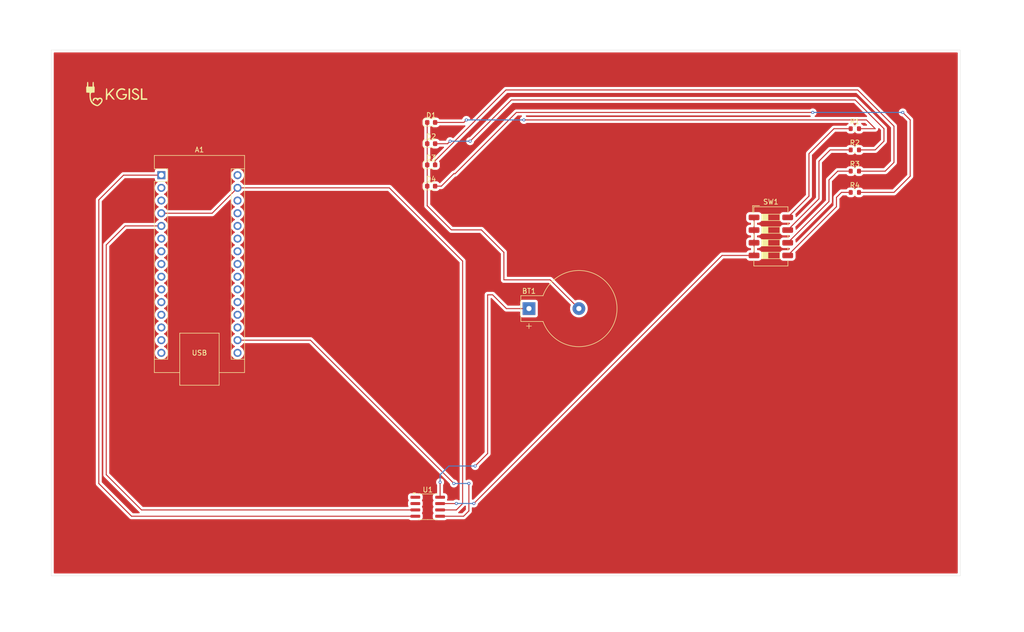
<source format=kicad_pcb>
(kicad_pcb (version 20241229) (generator "pcbnew") (generator_version "9.0")
  (layers (0 "F.Cu" signal) (2 "B.Cu" signal) (13 "F.Paste" user) (15 "B.Paste" user) (5 "F.SilkS" user "F.Silkscreen") (7 "B.SilkS" user "B.Silkscreen") (1 "F.Mask" user) (3 "B.Mask" user) (25 "Edge.Cuts" user))
  (net 0 "")
  (net 1 "Net-(U1-GND)")
  (net 11 "Net-(A1-3V3)")
  (net 15 "Net-(A1-D2)")
  (net 29 "Net-(A1-D1{slash}TX)")
  (net 30 "Net-(BT1-+)")
  (net 31 "GND")
  (net 32 "Net-(D2-A)")
  (net 33 "Net-(D3-A)")
  (net 34 "Net-(D4-A)")
  (net 35 "Net-(R1-Pad1)")
  (net 36 "Net-(R2-Pad1)")
  (net 37 "Net-(R3-Pad1)")
  (net 38 "Net-(R4-Pad1)")
  (net 39 "Net-(U1-IN-)")
  (footprint "Module:Arduino_Nano" (layer "F.Cu") (at 81.26 67.55)
    (property "Reference" "A1" (at 7.62 -5.08 0) (layer "F.SilkS"))
    (property "Value" "Arduino_Nano_ESP32")
    (fp_line (start -1.4 -3.94) (end -1.4 -1.27) (stroke (width 0.12)) (layer "F.SilkS"))
    (fp_line (start -1.4 1.27) (end -1.4 39.5) (stroke (width 0.12)) (layer "F.SilkS"))
    (fp_line (start -1.4 39.5) (end 3.68 39.5) (stroke (width 0.12)) (layer "F.SilkS"))
    (fp_line (start 1.27 -1.27) (end -1.4 -1.27) (stroke (width 0.12)) (layer "F.SilkS"))
    (fp_line (start 1.27 1.27) (end -1.4 1.27) (stroke (width 0.12)) (layer "F.SilkS"))
    (fp_line (start 1.27 1.27) (end 1.27 -1.27) (stroke (width 0.12)) (layer "F.SilkS"))
    (fp_line (start 1.27 1.27) (end 1.27 36.83) (stroke (width 0.12)) (layer "F.SilkS"))
    (fp_line (start 1.27 36.83) (end -1.4 36.83) (stroke (width 0.12)) (layer "F.SilkS"))
    (fp_line (start 3.68 31.62) (end 11.56 31.62) (stroke (width 0.12)) (layer "F.SilkS"))
    (fp_line (start 3.68 42.04) (end 3.68 31.62) (stroke (width 0.12)) (layer "F.SilkS"))
    (fp_line (start 11.56 31.62) (end 11.56 42.04) (stroke (width 0.12)) (layer "F.SilkS"))
    (fp_line (start 11.56 42.04) (end 3.68 42.04) (stroke (width 0.12)) (layer "F.SilkS"))
    (fp_line (start 13.97 -1.27) (end 13.97 36.83) (stroke (width 0.12)) (layer "F.SilkS"))
    (fp_line (start 13.97 -1.27) (end 16.64 -1.27) (stroke (width 0.12)) (layer "F.SilkS"))
    (fp_line (start 13.97 36.83) (end 16.64 36.83) (stroke (width 0.12)) (layer "F.SilkS"))
    (fp_line (start 16.64 -3.94) (end -1.4 -3.94) (stroke (width 0.12)) (layer "F.SilkS"))
    (fp_line (start 16.64 39.5) (end 11.56 39.5) (stroke (width 0.12)) (layer "F.SilkS"))
    (fp_line (start 16.64 39.5) (end 16.64 -3.94) (stroke (width 0.12)) (layer "F.SilkS"))
    (fp_text user "USB" (at 7.62 35.56 0) (layer "F.SilkS"))
    (pad "1" thru_hole rect (at 0 0) (size 1.6 1.6) (drill 1) (layers "*.Cu" "*.Mask") (net 29 "Net-(A1-D1{slash}TX)"))
    (pad "2" thru_hole oval (at 0 2.54) (size 1.6 1.6) (drill 1) (layers "*.Cu" "*.Mask"))
    (pad "3" thru_hole oval (at 0 5.08) (size 1.6 1.6) (drill 1) (layers "*.Cu" "*.Mask"))
    (pad "4" thru_hole oval (at 0 7.62) (size 1.6 1.6) (drill 1) (layers "*.Cu" "*.Mask") (net 1 "Net-(U1-GND)"))
    (pad "5" thru_hole oval (at 0 10.16) (size 1.6 1.6) (drill 1) (layers "*.Cu" "*.Mask") (net 15 "Net-(A1-D2)"))
    (pad "6" thru_hole oval (at 0 12.7) (size 1.6 1.6) (drill 1) (layers "*.Cu" "*.Mask"))
    (pad "7" thru_hole oval (at 0 15.24) (size 1.6 1.6) (drill 1) (layers "*.Cu" "*.Mask"))
    (pad "8" thru_hole oval (at 0 17.78) (size 1.6 1.6) (drill 1) (layers "*.Cu" "*.Mask"))
    (pad "9" thru_hole oval (at 0 20.32) (size 1.6 1.6) (drill 1) (layers "*.Cu" "*.Mask"))
    (pad "10" thru_hole oval (at 0 22.86) (size 1.6 1.6) (drill 1) (layers "*.Cu" "*.Mask"))
    (pad "11" thru_hole oval (at 0 25.4) (size 1.6 1.6) (drill 1) (layers "*.Cu" "*.Mask"))
    (pad "12" thru_hole oval (at 0 27.94) (size 1.6 1.6) (drill 1) (layers "*.Cu" "*.Mask"))
    (pad "13" thru_hole oval (at 0 30.48) (size 1.6 1.6) (drill 1) (layers "*.Cu" "*.Mask"))
    (pad "14" thru_hole oval (at 0 33.02) (size 1.6 1.6) (drill 1) (layers "*.Cu" "*.Mask"))
    (pad "15" thru_hole oval (at 0 35.56) (size 1.6 1.6) (drill 1) (layers "*.Cu" "*.Mask"))
    (pad "16" thru_hole oval (at 15.24 35.56) (size 1.6 1.6) (drill 1) (layers "*.Cu" "*.Mask"))
    (pad "17" thru_hole oval (at 15.24 33.02) (size 1.6 1.6) (drill 1) (layers "*.Cu" "*.Mask") (net 11 "Net-(A1-3V3)"))
    (pad "18" thru_hole oval (at 15.24 30.48) (size 1.6 1.6) (drill 1) (layers "*.Cu" "*.Mask"))
    (pad "19" thru_hole oval (at 15.24 27.94) (size 1.6 1.6) (drill 1) (layers "*.Cu" "*.Mask"))
    (pad "20" thru_hole oval (at 15.24 25.4) (size 1.6 1.6) (drill 1) (layers "*.Cu" "*.Mask"))
    (pad "21" thru_hole oval (at 15.24 22.86) (size 1.6 1.6) (drill 1) (layers "*.Cu" "*.Mask"))
    (pad "22" thru_hole oval (at 15.24 20.32) (size 1.6 1.6) (drill 1) (layers "*.Cu" "*.Mask"))
    (pad "23" thru_hole oval (at 15.24 17.78) (size 1.6 1.6) (drill 1) (layers "*.Cu" "*.Mask"))
    (pad "24" thru_hole oval (at 15.24 15.24) (size 1.6 1.6) (drill 1) (layers "*.Cu" "*.Mask"))
    (pad "25" thru_hole oval (at 15.24 12.7) (size 1.6 1.6) (drill 1) (layers "*.Cu" "*.Mask"))
    (pad "26" thru_hole oval (at 15.24 10.16) (size 1.6 1.6) (drill 1) (layers "*.Cu" "*.Mask"))
    (pad "27" thru_hole oval (at 15.24 7.62) (size 1.6 1.6) (drill 1) (layers "*.Cu" "*.Mask"))
    (pad "28" thru_hole oval (at 15.24 5.08) (size 1.6 1.6) (drill 1) (layers "*.Cu" "*.Mask"))
    (pad "29" thru_hole oval (at 15.24 2.54) (size 1.6 1.6) (drill 1) (layers "*.Cu" "*.Mask") (net 1 "Net-(U1-GND)"))
    (pad "30" thru_hole oval (at 15.24 0) (size 1.6 1.6) (drill 1) (layers "*.Cu" "*.Mask"))
  )
  (footprint "Resistor_SMD:R_0603_1608Metric" (layer "F.Cu") (at 219.925 58.25)
    (property "Reference" "R1" (at 0 -1.43 0) (layer "F.SilkS"))
    (property "Value" "R")
    (fp_line (start -0.237258 -0.5225) (end 0.237258 -0.5225) (stroke (width 0.12)) (layer "F.SilkS"))
    (fp_line (start -0.237258 0.5225) (end 0.237258 0.5225) (stroke (width 0.12)) (layer "F.SilkS"))
    (pad "1" smd roundrect (at -0.825 0) (size 0.8 0.95) (layers "F.Cu" "F.Mask" "F.Paste") (net 35 "Net-(R1-Pad1)"))
    (pad "2" smd roundrect (at 0.825 0) (size 0.8 0.95) (layers "F.Cu" "F.Mask" "F.Paste") (net 1 "Net-(U1-GND)"))
  )
  (footprint "Resistor_SMD:R_0603_1608Metric" (layer "F.Cu") (at 219.925 66.75)
    (property "Reference" "R3" (at 0 -1.43 0) (layer "F.SilkS"))
    (property "Value" "R")
    (fp_line (start -0.237258 -0.5225) (end 0.237258 -0.5225) (stroke (width 0.12)) (layer "F.SilkS"))
    (fp_line (start -0.237258 0.5225) (end 0.237258 0.5225) (stroke (width 0.12)) (layer "F.SilkS"))
    (pad "1" smd roundrect (at -0.825 0) (size 0.8 0.95) (layers "F.Cu" "F.Mask" "F.Paste") (net 37 "Net-(R3-Pad1)"))
    (pad "2" smd roundrect (at 0.825 0) (size 0.8 0.95) (layers "F.Cu" "F.Mask" "F.Paste") (net 33 "Net-(D3-A)"))
  )
  (footprint "LED_SMD:LED_0603_1608Metric" (layer "F.Cu") (at 135.2125 57)
    (property "Reference" "D1" (at 0 -1.43 0) (layer "F.SilkS"))
    (property "Value" "LED")
    (fp_line (start -1.485 -0.735) (end -1.485 0.735) (stroke (width 0.12)) (layer "F.SilkS"))
    (fp_line (start -1.485 0.735) (end 0.8 0.735) (stroke (width 0.12)) (layer "F.SilkS"))
    (fp_line (start 0.8 -0.735) (end -1.485 -0.735) (stroke (width 0.12)) (layer "F.SilkS"))
    (pad "1" smd roundrect (at -0.7875 0) (size 0.875 0.95) (layers "F.Cu" "F.Mask" "F.Paste") (net 1 "Net-(U1-GND)"))
    (pad "2" smd roundrect (at 0.7875 0) (size 0.875 0.95) (layers "F.Cu" "F.Mask" "F.Paste") (net 1 "Net-(U1-GND)"))
  )
  (footprint "LED_SMD:LED_0603_1608Metric" (layer "F.Cu") (at 135.2125 61.25)
    (property "Reference" "D2" (at 0 -1.43 0) (layer "F.SilkS"))
    (property "Value" "LED")
    (fp_line (start -1.485 -0.735) (end -1.485 0.735) (stroke (width 0.12)) (layer "F.SilkS"))
    (fp_line (start -1.485 0.735) (end 0.8 0.735) (stroke (width 0.12)) (layer "F.SilkS"))
    (fp_line (start 0.8 -0.735) (end -1.485 -0.735) (stroke (width 0.12)) (layer "F.SilkS"))
    (pad "1" smd roundrect (at -0.7875 0) (size 0.875 0.95) (layers "F.Cu" "F.Mask" "F.Paste") (net 1 "Net-(U1-GND)"))
    (pad "2" smd roundrect (at 0.7875 0) (size 0.875 0.95) (layers "F.Cu" "F.Mask" "F.Paste") (net 32 "Net-(D2-A)"))
  )
  (footprint "Package_SO:SOIC-8_3.9x4.9mm_P1.27mm" (layer "F.Cu") (at 134.525 133.905)
    (property "Reference" "U1" (at 0 -3.4 0) (layer "F.SilkS"))
    (property "Value" "INA219AxD")
    (fp_line (start 0 -2.56) (end -1.95 -2.56) (stroke (width 0.12)) (layer "F.SilkS"))
    (fp_line (start 0 -2.56) (end 1.95 -2.56) (stroke (width 0.12)) (layer "F.SilkS"))
    (fp_line (start 0 2.56) (end -1.95 2.56) (stroke (width 0.12)) (layer "F.SilkS"))
    (fp_line (start 0 2.56) (end 1.95 2.56) (stroke (width 0.12)) (layer "F.SilkS"))
    (fp_poly (pts (xy -2.7 -2.465) (xy -2.94 -2.795) (xy -2.46 -2.795) (xy -2.7 -2.465)) (stroke (width 0.12)) (fill yes) (layer "F.SilkS"))
    (pad "1" smd roundrect (at -2.475 -1.905) (size 1.95 0.6) (layers "F.Cu" "F.Mask" "F.Paste"))
    (pad "2" smd roundrect (at -2.475 -0.635) (size 1.95 0.6) (layers "F.Cu" "F.Mask" "F.Paste"))
    (pad "3" smd roundrect (at -2.475 0.635) (size 1.95 0.6) (layers "F.Cu" "F.Mask" "F.Paste") (net 15 "Net-(A1-D2)"))
    (pad "4" smd roundrect (at -2.475 1.905) (size 1.95 0.6) (layers "F.Cu" "F.Mask" "F.Paste") (net 29 "Net-(A1-D1{slash}TX)"))
    (pad "5" smd roundrect (at 2.475 1.905) (size 1.95 0.6) (layers "F.Cu" "F.Mask" "F.Paste") (net 11 "Net-(A1-3V3)"))
    (pad "6" smd roundrect (at 2.475 0.635) (size 1.95 0.6) (layers "F.Cu" "F.Mask" "F.Paste") (net 1 "Net-(U1-GND)"))
    (pad "7" smd roundrect (at 2.475 -0.635) (size 1.95 0.6) (layers "F.Cu" "F.Mask" "F.Paste") (net 39 "Net-(U1-IN-)"))
    (pad "8" smd roundrect (at 2.475 -1.905) (size 1.95 0.6) (layers "F.Cu" "F.Mask" "F.Paste") (net 30 "Net-(BT1-+)"))
  )
  (footprint "LED_SMD:LED_0603_1608Metric" (layer "F.Cu") (at 135.2125 69.75)
    (property "Reference" "D4" (at 0 -1.43 0) (layer "F.SilkS"))
    (property "Value" "LED")
    (fp_line (start -1.485 -0.735) (end -1.485 0.735) (stroke (width 0.12)) (layer "F.SilkS"))
    (fp_line (start -1.485 0.735) (end 0.8 0.735) (stroke (width 0.12)) (layer "F.SilkS"))
    (fp_line (start 0.8 -0.735) (end -1.485 -0.735) (stroke (width 0.12)) (layer "F.SilkS"))
    (pad "1" smd roundrect (at -0.7875 0) (size 0.875 0.95) (layers "F.Cu" "F.Mask" "F.Paste") (net 1 "Net-(U1-GND)"))
    (pad "2" smd roundrect (at 0.7875 0) (size 0.875 0.95) (layers "F.Cu" "F.Mask" "F.Paste") (net 34 "Net-(D4-A)"))
  )
  (footprint "Resistor_SMD:R_0603_1608Metric" (layer "F.Cu") (at 219.925 71)
    (property "Reference" "R4" (at 0 -1.43 0) (layer "F.SilkS"))
    (property "Value" "R")
    (fp_line (start -0.237258 -0.5225) (end 0.237258 -0.5225) (stroke (width 0.12)) (layer "F.SilkS"))
    (fp_line (start -0.237258 0.5225) (end 0.237258 0.5225) (stroke (width 0.12)) (layer "F.SilkS"))
    (pad "1" smd roundrect (at -0.825 0) (size 0.8 0.95) (layers "F.Cu" "F.Mask" "F.Paste") (net 38 "Net-(R4-Pad1)"))
    (pad "2" smd roundrect (at 0.825 0) (size 0.8 0.95) (layers "F.Cu" "F.Mask" "F.Paste") (net 34 "Net-(D4-A)"))
  )
  (footprint "Battery:BatteryHolder_Keystone_500" (layer "F.Cu") (at 154.7678 94.25)
    (property "Reference" "BT1" (at 0 -3.5 0) (layer "F.SilkS"))
    (property "Value" "Battery")
    (fp_line (start -1.6256 -2.5781) (end -1.6256 2.5781) (stroke (width 0.12)) (layer "F.SilkS"))
    (fp_line (start -1.6256 -2.5781) (end 2.81 -2.5781) (stroke (width 0.12)) (layer "F.SilkS"))
    (fp_line (start -1.6256 2.5781) (end 2.81 2.5781) (stroke (width 0.12)) (layer "F.SilkS"))
    (fp_line (start 0 3) (end 0 4) (stroke (width 0.12)) (layer "F.SilkS"))
    (fp_line (start 0.5 3.5) (end -0.5 3.5) (stroke (width 0.12)) (layer "F.SilkS"))
    (fp_arc (start 2.81 -2.5781) (mid 17.603686 0) (end 2.81 2.5781) (stroke (width 0.12)) (layer "F.SilkS"))
    (pad "1" thru_hole rect (at 0 0) (size 2.54 2.54) (drill 1.016) (layers "*.Cu" "*.Mask") (net 30 "Net-(BT1-+)"))
    (pad "2" thru_hole circle (at 9.9822 0) (size 2.54 2.54) (drill 1.016) (layers "*.Cu" "*.Mask") (net 1 "Net-(U1-GND)"))
  )
  (footprint "LED_SMD:LED_0603_1608Metric" (layer "F.Cu") (at 135.2125 65.5)
    (property "Reference" "D3" (at 0 -1.43 0) (layer "F.SilkS"))
    (property "Value" "LED")
    (fp_line (start -1.485 -0.735) (end -1.485 0.735) (stroke (width 0.12)) (layer "F.SilkS"))
    (fp_line (start -1.485 0.735) (end 0.8 0.735) (stroke (width 0.12)) (layer "F.SilkS"))
    (fp_line (start 0.8 -0.735) (end -1.485 -0.735) (stroke (width 0.12)) (layer "F.SilkS"))
    (pad "1" smd roundrect (at -0.7875 0) (size 0.875 0.95) (layers "F.Cu" "F.Mask" "F.Paste") (net 1 "Net-(U1-GND)"))
    (pad "2" smd roundrect (at 0.7875 0) (size 0.875 0.95) (layers "F.Cu" "F.Mask" "F.Paste") (net 33 "Net-(D3-A)"))
  )
  (footprint "logo:final logo" (layer "F.Cu") (at 72 51)
    (property "Reference" "G***" (hide yes))
    (property "Value" "LOGO" (hide yes))
    (fp_poly (pts (xy 3.013559 0.338256) (xy 3.013559 1.476028) (xy 2.859806 1.476028) (xy 2.706053 1.476028) (xy 2.706053 0.338256) (xy 2.706053 -0.799517) (xy 2.859806 -0.799517) (xy 3.013559 -0.799517)) (fill yes) (layer "F.SilkS"))
    (fp_poly (pts (xy 5.473607 0.184503) (xy 5.473607 1.168522) (xy 5.965617 1.168522) (xy 6.209634 1.170161) (xy 6.355746 1.180304) (xy 6.42905 1.206796) (xy 6.454641 1.257478) (xy 6.457627 1.322275) (xy 6.457627 1.476028) (xy 5.811864 1.476028) (xy 5.166101 1.476028) (xy 5.166101 0.338256) (xy 5.166101 -0.799517) (xy 5.319854 -0.799517) (xy 5.473607 -0.799517)) (fill yes) (layer "F.SilkS"))
    (fp_poly (pts (xy -1.634351 -0.820816) (xy -1.597067 -0.777477) (xy -1.574154 -0.677774) (xy -1.560336 -0.499227) (xy -1.550688 -0.231339) (xy -1.533094 0.367589) (xy -1.003024 -0.215964) (xy -0.772176 -0.46514) (xy -0.602468 -0.633842) (xy -0.476561 -0.736307) (xy -0.377113 -0.786772) (xy -0.292252 -0.799517) (xy -0.111549 -0.799517) (xy -0.35782 -0.507386) (xy -0.534511 -0.306342) (xy -0.720713 -0.107381) (xy -0.819607 -0.008351) (xy -1.035123 0.198554) (xy -0.548312 0.786355) (xy -0.362288 1.014858) (xy -0.209066 1.210471) (xy -0.103812 1.353293) (xy -0.061694 1.423426) (xy -0.061502 1.425093) (xy -0.113538 1.465316) (xy -0.195513 1.476028) (xy -0.298519 1.434841) (xy -0.440852 1.332896) (xy -0.586087 1.202615) (xy -0.697798 1.076421) (xy -0.739659 0.991664) (xy -0.778902 0.928934) (xy -0.878541 0.806958) (xy -0.977622 0.695504) (xy -1.213941 0.43774) (xy -1.375736 0.606618) (xy -1.472967 0.729641) (xy -1.52173 0.866937) (xy -1.537123 1.066951) (xy -1.537531 1.125762) (xy -1.541165 1.323719) (xy -1.560812 1.428332) (xy -1.609591 1.469222) (xy -1.692641 1.476028) (xy -1.847751 1.476028) (xy -1.831019 0.322881) (xy -1.824594 -0.080004) (xy -1.817395 -0.376245) (xy -1.807442 -0.582195) (xy -1.792752 -0.714208) (xy -1.771344 -0.788636) (xy -1.741236 -0.821832) (xy -1.700447 -0.83015) (xy -1.691284 -0.830267)) (fill yes) (layer "F.SilkS"))
    (fp_poly (pts (xy 1.575987 -0.832821) (xy 1.728231 -0.791438) (xy 1.955716 -0.69347) (xy 2.061338 -0.591014) (xy 2.046195 -0.4829) (xy 2.033445 -0.465966) (xy 1.965022 -0.407671) (xy 1.878967 -0.416578) (xy 1.780402 -0.46288) (xy 1.489406 -0.550421) (xy 1.194979 -0.531391) (xy 0.923102 -0.418652) (xy 0.699753 -0.225068) (xy 0.550913 0.036498) (xy 0.517034 0.162644) (xy 0.51713 0.387765) (xy 0.579359 0.637973) (xy 0.686239 0.864002) (xy 0.820016 1.016397) (xy 1.08467 1.146139) (xy 1.374816 1.19909) (xy 1.632823 1.167518) (xy 1.83146 1.06151) (xy 1.992524 0.903979) (xy 2.082476 0.731472) (xy 2.091041 0.668219) (xy 2.072062 0.598969) (xy 1.995531 0.564471) (xy 1.832058 0.553763) (xy 1.783535 0.55351) (xy 1.599091 0.547034) (xy 1.507102 0.519547) (xy 1.477344 0.458958) (xy 1.476029 0.430508) (xy 1.486752 0.368049) (xy 1.535784 0.33119) (xy 1.648413 0.313302) (xy 1.849928 0.307757) (xy 1.945286 0.307505) (xy 2.414543 0.307505) (xy 2.382557 0.591286) (xy 2.288768 0.924272) (xy 2.100394 1.191799) (xy 1.835022 1.378231) (xy 1.510243 1.467931) (xy 1.390057 1.473621) (xy 1.164716 1.454741) (xy 0.958933 1.40983) (xy 0.891767 1.384557) (xy 0.583775 1.181148) (xy 0.365648 0.916558) (xy 0.237411 0.611971) (xy 0.19909 0.288572) (xy 0.25071 -0.032452) (xy 0.392297 -0.329917) (xy 0.623874 -0.582637) (xy 0.889223 -0.745416) (xy 1.233577 -0.847692)) (fill yes) (layer "F.SilkS"))
    (fp_poly (pts (xy 4.28181 -0.833886) (xy 4.429571 -0.764105) (xy 4.593067 -0.641982) (xy 4.629426 -0.607639) (xy 4.741811 -0.486949) (xy 4.774284 -0.41205) (xy 4.737744 -0.345773) (xy 4.713589 -0.320646) (xy 4.631955 -0.255913) (xy 4.570089 -0.284454) (xy 4.521092 -0.349269) (xy 4.369032 -0.484234) (xy 4.171264 -0.555626) (xy 3.967633 -0.559707) (xy 3.797985 -0.492736) (xy 3.732962 -0.423254) (xy 3.684222 -0.252933) (xy 3.755404 -0.09269) (xy 3.943555 0.053053) (xy 4.100288 0.127246) (xy 4.464626 0.307683) (xy 4.71181 0.504959) (xy 4.839776 0.717133) (xy 4.858595 0.84068) (xy 4.825468 1.087773) (xy 4.712484 1.265596) (xy 4.499235 1.404427) (xy 4.46925 1.418405) (xy 4.297332 1.492641) (xy 4.176205 1.522093) (xy 4.047118 1.512316) (xy 3.875461 1.474537) (xy 3.718904 1.405714) (xy 3.55193 1.285911) (xy 3.410032 1.146718) (xy 3.328704 1.019725) (xy 3.321065 0.981118) (xy 3.362453 0.894701) (xy 3.462389 0.883388) (xy 3.584525 0.94402) (xy 3.650277 1.009728) (xy 3.826677 1.152327) (xy 4.043256 1.219066) (xy 4.25864 1.204567) (xy 4.424672 1.110436) (xy 4.531121 0.930913) (xy 4.539439 0.811165) (xy 4.511791 0.718308) (xy 4.437771 0.633715) (xy 4.295037 0.53893) (xy 4.061245 0.415499) (xy 4.059079 0.414413) (xy 3.830277 0.289738) (xy 3.635199 0.165583) (xy 3.50853 0.0645) (xy 3.491561 0.045405) (xy 3.397302 -0.159554) (xy 3.406535 -0.368323) (xy 3.501934 -0.561626) (xy 3.666174 -0.720186) (xy 3.88193 -0.824724) (xy 4.131876 -0.855965)) (fill yes) (layer "F.SilkS"))
    (fp_poly (pts (xy -4.279598 -2.084472) (xy -4.254106 -1.968985) (xy -4.24445 -1.759435) (xy -4.243584 -1.619533) (xy -4.238791 -1.380472) (xy -4.221207 -1.241207) (xy -4.186025 -1.178786) (xy -4.149105 -1.168524) (xy -4.105459 -1.151052) (xy -4.079263 -1.084551) (xy -4.067808 -0.947893) (xy -4.068385 -0.719952) (xy -4.072229 -0.568887) (xy -4.089831 0.03075) (xy -4.437043 0.049003) (xy -4.624547 0.06541) (xy -4.745878 0.106086) (xy -4.815471 0.193765) (xy -4.847764 0.351179) (xy -4.857193 0.601061) (xy -4.857756 0.711476) (xy -4.80923 1.189396) (xy -4.667041 1.613333) (xy -4.439658 1.969766) (xy -4.135545 2.245172) (xy -3.789742 2.417256) (xy -3.49398 2.518032) (xy -3.263517 2.332826) (xy -2.997552 2.082018) (xy -2.811623 1.827982) (xy -2.735076 1.644792) (xy -2.74261 1.482354) (xy -2.833321 1.366022) (xy -2.972482 1.306852) (xy -3.125367 1.3159) (xy -3.25725 1.404224) (xy -3.297143 1.46583) (xy -3.391687 1.627639) (xy -3.470422 1.674628) (xy -3.553485 1.609613) (xy -3.618113 1.510694) (xy -3.76526 1.337425) (xy -3.919243 1.281031) (xy -4.06099 1.338148) (xy -4.171431 1.505407) (xy -4.205525 1.614406) (xy -4.263896 1.736983) (xy -4.338938 1.783534) (xy -4.441167 1.736363) (xy -4.481908 1.616348) (xy -4.463589 1.455736) (xy -4.388641 1.286774) (xy -4.292744 1.170224) (xy -4.120982 1.079823) (xy -3.893153 1.044751) (xy -3.665284 1.069695) (xy -3.563028 1.109185) (xy -3.407512 1.13776) (xy -3.313617 1.103035) (xy -3.076348 1.032152) (xy -2.836412 1.05276) (xy -2.637217 1.159168) (xy -2.600542 1.196552) (xy -2.487885 1.414471) (xy -2.482415 1.668155) (xy -2.578939 1.943359) (xy -2.772267 2.225839) (xy -3.057206 2.501351) (xy -3.083852 2.522702) (xy -3.298868 2.676186) (xy -3.475813 2.746993) (xy -3.660553 2.741933) (xy -3.898955 2.667814) (xy -3.944109 2.650406) (xy -4.350643 2.442307) (xy -4.665752 2.167952) (xy -4.893683 1.819906) (xy -5.038682 1.390735) (xy -5.104997 0.873004) (xy -5.110294 0.608601) (xy -5.106077 0.067877) (xy -5.42822 0.049314) (xy -5.750364 0.03075) (xy -5.767966 -0.568887) (xy -5.77344 -0.849154) (xy -5.768207 -1.027806) (xy -5.749557 -1.125971) (xy -5.714781 -1.164777) (xy -5.69109 -1.168524) (xy -5.641183 -1.191278) (xy -5.612025 -1.274802) (xy -5.598859 -1.441992) (xy -5.596611 -1.623203) (xy -5.589142 -1.881831) (xy -5.564552 -2.036762) (xy -5.519566 -2.106524) (xy -5.510372 -2.110975) (xy -5.434262 -2.125326) (xy -5.38662 -2.084472) (xy -5.361128 -1.968985) (xy -5.351471 -1.759435) (xy -5.350606 -1.619533) (xy -5.350606 -1.168524) (xy -4.920097 -1.168524) (xy -4.489589 -1.168524) (xy -4.489589 -1.623203) (xy -4.48212 -1.881831) (xy -4.45753 -2.036762) (xy -4.412544 -2.106524) (xy -4.40335 -2.110975) (xy -4.32724 -2.125326)) (fill yes) (layer "F.SilkS"))
  )
  (footprint "Button_Switch_SMD:SW_DIP_SPSTx04_Slide_6.7x11.72mm_W6.73mm_P2.54mm_LowProfile_JPin" (layer "F.Cu") (at 203.135 79.81)
    (property "Reference" "SW1" (at 0 -6.92 0) (layer "F.SilkS"))
    (property "Value" "SW_DIP_x04")
    (fp_line (start -3.65 -6.16) (end -3.65 -4.777) (stroke (width 0.12)) (layer "F.SilkS"))
    (fp_line (start -3.65 -6.16) (end -2.267 -6.16) (stroke (width 0.12)) (layer "F.SilkS"))
    (fp_line (start -3.41 -5.92) (end -3.41 -4.61) (stroke (width 0.12)) (layer "F.SilkS"))
    (fp_line (start -3.41 -5.92) (end 3.41 -5.92) (stroke (width 0.12)) (layer "F.SilkS"))
    (fp_line (start -3.41 -3.01) (end -3.41 -2.07) (stroke (width 0.12)) (layer "F.SilkS"))
    (fp_line (start -3.41 -0.47) (end -3.41 0.47) (stroke (width 0.12)) (layer "F.SilkS"))
    (fp_line (start -3.41 2.07) (end -3.41 3.01) (stroke (width 0.12)) (layer "F.SilkS"))
    (fp_line (start -3.41 4.61) (end -3.41 5.92) (stroke (width 0.12)) (layer "F.SilkS"))
    (fp_line (start -3.41 5.92) (end 3.41 5.92) (stroke (width 0.12)) (layer "F.SilkS"))
    (fp_line (start -0.603333 -4.445) (end -0.603333 -3.175) (stroke (width 0.12)) (layer "F.SilkS"))
    (fp_line (start -0.603333 -1.905) (end -0.603333 -0.635) (stroke (width 0.12)) (layer "F.SilkS"))
    (fp_line (start -0.603333 0.635) (end -0.603333 1.905) (stroke (width 0.12)) (layer "F.SilkS"))
    (fp_line (start -0.603333 3.175) (end -0.603333 4.445) (stroke (width 0.12)) (layer "F.SilkS"))
    (fp_line (start 3.41 -5.92) (end 3.41 -4.61) (stroke (width 0.12)) (layer "F.SilkS"))
    (fp_line (start 3.41 -3.01) (end 3.41 -2.07) (stroke (width 0.12)) (layer "F.SilkS"))
    (fp_line (start 3.41 -0.47) (end 3.41 0.47) (stroke (width 0.12)) (layer "F.SilkS"))
    (fp_line (start 3.41 2.07) (end 3.41 3.01) (stroke (width 0.12)) (layer "F.SilkS"))
    (fp_line (start 3.41 4.61) (end 3.41 5.92) (stroke (width 0.12)) (layer "F.SilkS"))
    (fp_rect (start -1.81 -4.445) (end -0.603333 -3.175) (stroke (width 0.12)) (fill yes) (layer "F.SilkS"))
    (fp_rect (start -1.81 -4.445) (end 1.81 -3.175) (stroke (width 0.12)) (fill no) (layer "F.SilkS"))
    (fp_rect (start -1.81 -1.905) (end -0.603333 -0.635) (stroke (width 0.12)) (fill yes) (layer "F.SilkS"))
    (fp_rect (start -1.81 -1.905) (end 1.81 -0.635) (stroke (width 0.12)) (fill no) (layer "F.SilkS"))
    (fp_rect (start -1.81 0.635) (end -0.603333 1.905) (stroke (width 0.12)) (fill yes) (layer "F.SilkS"))
    (fp_rect (start -1.81 0.635) (end 1.81 1.905) (stroke (width 0.12)) (fill no) (layer "F.SilkS"))
    (fp_rect (start -1.81 3.175) (end -0.603333 4.445) (stroke (width 0.12)) (fill yes) (layer "F.SilkS"))
    (fp_rect (start -1.81 3.175) (end 1.81 4.445) (stroke (width 0.12)) (fill no) (layer "F.SilkS"))
    (pad "1" smd roundrect (at -3.365 -3.81) (size 2.16 1.12) (layers "F.Cu" "F.Mask" "F.Paste") (roundrect_rratio 0.223214) (net 39 "Net-(U1-IN-)"))
    (pad "2" smd roundrect (at -3.365 -1.27) (size 2.16 1.12) (layers "F.Cu" "F.Mask" "F.Paste") (roundrect_rratio 0.223214) (net 39 "Net-(U1-IN-)"))
    (pad "3" smd roundrect (at -3.365 1.27) (size 2.16 1.12) (layers "F.Cu" "F.Mask" "F.Paste") (roundrect_rratio 0.223214) (net 39 "Net-(U1-IN-)"))
    (pad "4" smd roundrect (at -3.365 3.81) (size 2.16 1.12) (layers "F.Cu" "F.Mask" "F.Paste") (roundrect_rratio 0.223214) (net 39 "Net-(U1-IN-)"))
    (pad "5" smd roundrect (at 3.365 3.81) (size 2.16 1.12) (layers "F.Cu" "F.Mask" "F.Paste") (roundrect_rratio 0.223214) (net 38 "Net-(R4-Pad1)"))
    (pad "6" smd roundrect (at 3.365 1.27) (size 2.16 1.12) (layers "F.Cu" "F.Mask" "F.Paste") (roundrect_rratio 0.223214) (net 37 "Net-(R3-Pad1)"))
    (pad "7" smd roundrect (at 3.365 -1.27) (size 2.16 1.12) (layers "F.Cu" "F.Mask" "F.Paste") (roundrect_rratio 0.223214) (net 36 "Net-(R2-Pad1)"))
    (pad "8" smd roundrect (at 3.365 -3.81) (size 2.16 1.12) (layers "F.Cu" "F.Mask" "F.Paste") (roundrect_rratio 0.223214) (net 35 "Net-(R1-Pad1)"))
  )
  (footprint "Resistor_SMD:R_0603_1608Metric" (layer "F.Cu") (at 219.925 62.5)
    (property "Reference" "R2" (at 0 -1.43 0) (layer "F.SilkS"))
    (property "Value" "R")
    (fp_line (start -0.237258 -0.5225) (end 0.237258 -0.5225) (stroke (width 0.12)) (layer "F.SilkS"))
    (fp_line (start -0.237258 0.5225) (end 0.237258 0.5225) (stroke (width 0.12)) (layer "F.SilkS"))
    (pad "1" smd roundrect (at -0.825 0) (size 0.8 0.95) (layers "F.Cu" "F.Mask" "F.Paste") (net 36 "Net-(R2-Pad1)"))
    (pad "2" smd roundrect (at 0.825 0) (size 0.8 0.95) (layers "F.Cu" "F.Mask" "F.Paste") (net 32 "Net-(D2-A)"))
  )
  (gr_rect (start 59.25 42.5) (end 241 147.75) (stroke (width 0.05)) (fill no) (layer "Edge.Cuts"))
  (segment (start 145.25 78.5) (end 149.75 83) (width 0.2) (layer "F.Cu") (net 1))
  (segment (start 141.5 133.29) (end 140.25 134.54) (width 0.2) (layer "F.Cu") (net 1))
  (segment (start 134.425 69.75) (end 134.425 65.5) (width 0.2) (layer "F.Cu") (net 1))
  (segment (start 142.25 56.5) (end 142 56.5) (width 0.2) (layer "F.Cu") (net 1))
  (segment (start 134.425 69.75) (end 134.425 73.675) (width 0.2) (layer "F.Cu") (net 1))
  (segment (start 141.75 57) (end 136 57) (width 0.2) (layer "F.Cu") (net 1))
  (segment (start 149.75 83) (end 149.75 88.5) (width 0.2) (layer "F.Cu") (net 1))
  (segment (start 81.26 75.17) (end 91.42 75.17) (width 0.2) (layer "F.Cu") (net 1))
  (segment (start 149.75 88.5) (end 159 88.5) (width 0.2) (layer "F.Cu") (net 1))
  (segment (start 134.425 73.675) (end 139.25 78.5) (width 0.2) (layer "F.Cu") (net 1))
  (segment (start 141.5 84.75) (end 141.5 133.29) (width 0.2) (layer "F.Cu") (net 1))
  (segment (start 126.84 70.09) (end 141.5 84.75) (width 0.2) (layer "F.Cu") (net 1))
  (segment (start 159 88.5) (end 164.75 94.25) (width 0.2) (layer "F.Cu") (net 1))
  (segment (start 96.5 70.09) (end 126.84 70.09) (width 0.2) (layer "F.Cu") (net 1))
  (segment (start 91.42 75.17) (end 96.5 70.09) (width 0.2) (layer "F.Cu") (net 1))
  (segment (start 142.25 56.5) (end 141.75 57) (width 0.2) (layer "F.Cu") (net 1))
  (segment (start 224 58.25) (end 220.75 58.25) (width 0.2) (layer "F.Cu") (net 1))
  (segment (start 153.75 56.5) (end 222.25 56.5) (width 0.2) (layer "F.Cu") (net 1))
  (segment (start 134.425 61.25) (end 134.425 57) (width 0.2) (layer "F.Cu") (net 1))
  (segment (start 222.25 56.5) (end 224 58.25) (width 0.2) (layer "F.Cu") (net 1))
  (segment (start 139.25 78.5) (end 145.25 78.5) (width 0.2) (layer "F.Cu") (net 1))
  (segment (start 137 134.54) (end 140.25 134.54) (width 0.2) (layer "F.Cu") (net 1))
  (segment (start 134.425 65.5) (end 134.425 61.25) (width 0.2) (layer "F.Cu") (net 1))
  (via (at 142.25 56.5) (size 0.6) (drill 0.3) (layers "F.Cu" "B.Cu") (net 1))
  (via (at 153.75 56.5) (size 0.6) (drill 0.3) (layers "F.Cu" "B.Cu") (net 1))
  (segment (start 153.75 56.5) (end 142.25 56.5) (width 0.2) (layer "B.Cu") (net 1))
  (segment (start 142.75 134.75) (end 141.69 135.81) (width 0.2) (layer "F.Cu") (net 11))
  (segment (start 111.07 100.57) (end 139.75 129.25) (width 0.2) (layer "F.Cu") (net 11))
  (segment (start 141.69 135.81) (end 137 135.81) (width 0.2) (layer "F.Cu") (net 11))
  (segment (start 96.5 100.57) (end 111.07 100.57) (width 0.2) (layer "F.Cu") (net 11))
  (segment (start 142.75 129.25) (end 142.75 134.75) (width 0.2) (layer "F.Cu") (net 11))
  (via (at 139.75 129.25) (size 0.6) (drill 0.3) (layers "F.Cu" "B.Cu") (net 11))
  (via (at 142.75 129.25) (size 0.6) (drill 0.3) (layers "F.Cu" "B.Cu") (net 11))
  (segment (start 139.75 129.25) (end 142.75 129.25) (width 0.2) (layer "B.Cu") (net 11))
  (segment (start 77.29 134.54) (end 132.05 134.54) (width 0.2) (layer "F.Cu") (net 15))
  (segment (start 74.04 77.71) (end 70.25 81.5) (width 0.2) (layer "F.Cu") (net 15))
  (segment (start 70.25 127.5) (end 77.29 134.54) (width 0.2) (layer "F.Cu") (net 15))
  (segment (start 70.25 81.5) (end 70.25 127.5) (width 0.2) (layer "F.Cu") (net 15))
  (segment (start 81.26 77.71) (end 74.04 77.71) (width 0.2) (layer "F.Cu") (net 15))
  (segment (start 68.75 129.25) (end 75.31 135.81) (width 0.2) (layer "F.Cu") (net 29))
  (segment (start 68.75 72.5) (end 68.75 129.25) (width 0.2) (layer "F.Cu") (net 29))
  (segment (start 73.7 67.55) (end 68.75 72.5) (width 0.2) (layer "F.Cu") (net 29))
  (segment (start 73.7 67.55) (end 81.26 67.55) (width 0.2) (layer "F.Cu") (net 29))
  (segment (start 75.31 135.81) (end 132.05 135.81) (width 0.2) (layer "F.Cu") (net 29))
  (segment (start 146.5 91.5) (end 147.5 91.5) (width 0.2) (layer "F.Cu") (net 30))
  (segment (start 150.25 94.25) (end 154.7678 94.25) (width 0.2) (layer "F.Cu") (net 30))
  (segment (start 147.5 91.5) (end 150.25 94.25) (width 0.2) (layer "F.Cu") (net 30))
  (segment (start 146.5 123.25) (end 146.5 91.5) (width 0.2) (layer "F.Cu") (net 30))
  (segment (start 144 125.75) (end 146.5 123.25) (width 0.2) (layer "F.Cu") (net 30))
  (segment (start 137 132) (end 137 129) (width 0.2) (layer "F.Cu") (net 30))
  (via (at 137 129) (size 0.6) (drill 0.3) (layers "F.Cu" "B.Cu") (net 30))
  (via (at 144 125.75) (size 0.6) (drill 0.3) (layers "F.Cu" "B.Cu") (net 30))
  (segment (start 137 129) (end 137 127.5) (width 0.2) (layer "B.Cu") (net 30))
  (segment (start 137 127.5) (end 138.75 125.75) (width 0.2) (layer "B.Cu") (net 30))
  (segment (start 138.75 125.75) (end 144 125.75) (width 0.2) (layer "B.Cu") (net 30))
  (segment (start 225.75 60.75) (end 224 62.5) (width 0.2) (layer "F.Cu") (net 32))
  (segment (start 139 60.75) (end 138.5 61.25) (width 0.2) (layer "F.Cu") (net 32))
  (segment (start 151.25 52.5) (end 220 52.5) (width 0.2) (layer "F.Cu") (net 32))
  (segment (start 138.5 61.25) (end 136 61.25) (width 0.2) (layer "F.Cu") (net 32))
  (segment (start 143 60.75) (end 151.25 52.5) (width 0.2) (layer "F.Cu") (net 32))
  (segment (start 225.75 58.25) (end 225.75 60.75) (width 0.2) (layer "F.Cu") (net 32))
  (segment (start 220 52.5) (end 225.75 58.25) (width 0.2) (layer "F.Cu") (net 32))
  (segment (start 224 62.5) (end 220.75 62.5) (width 0.2) (layer "F.Cu") (net 32))
  (via (at 139 60.75) (size 0.6) (drill 0.3) (layers "F.Cu" "B.Cu") (net 32))
  (via (at 143 60.75) (size 0.6) (drill 0.3) (layers "F.Cu" "B.Cu") (net 32))
  (segment (start 143 60.75) (end 139 60.75) (width 0.2) (layer "B.Cu") (net 32))
  (segment (start 227.75 65) (end 227.75 57.75) (width 0.2) (layer "F.Cu") (net 33))
  (segment (start 226 66.75) (end 227.75 65) (width 0.2) (layer "F.Cu") (net 33))
  (segment (start 150.16 50.5) (end 136 64.66) (width 0.2) (layer "F.Cu") (net 33))
  (segment (start 227.75 57.75) (end 220.5 50.5) (width 0.2) (layer "F.Cu") (net 33))
  (segment (start 220.5 50.5) (end 150.16 50.5) (width 0.2) (layer "F.Cu") (net 33))
  (segment (start 220.75 66.75) (end 226 66.75) (width 0.2) (layer "F.Cu") (net 33))
  (segment (start 136 64.66) (end 136 65.5) (width 0.2) (layer "F.Cu") (net 33))
  (segment (start 231 56.5) (end 231 67.75) (width 0.2) (layer "F.Cu") (net 34))
  (segment (start 229.5 55) (end 231 56.5) (width 0.2) (layer "F.Cu") (net 34))
  (segment (start 140 67.25) (end 139.75 67.25) (width 0.2) (layer "F.Cu") (net 34))
  (segment (start 231 67.75) (end 227.75 71) (width 0.2) (layer "F.Cu") (net 34))
  (segment (start 227.75 71) (end 220.75 71) (width 0.2) (layer "F.Cu") (net 34))
  (segment (start 140 67.25) (end 152.25 55) (width 0.2) (layer "F.Cu") (net 34))
  (segment (start 139.75 67.25) (end 137.25 69.75) (width 0.2) (layer "F.Cu") (net 34))
  (segment (start 152.25 55) (end 211.5 55) (width 0.2) (layer "F.Cu") (net 34))
  (segment (start 137.25 69.75) (end 136 69.75) (width 0.2) (layer "F.Cu") (net 34))
  (via (at 211.5 55) (size 0.6) (drill 0.3) (layers "F.Cu" "B.Cu") (net 34))
  (via (at 229.5 55) (size 0.6) (drill 0.3) (layers "F.Cu" "B.Cu") (net 34))
  (segment (start 211.5 55) (end 229.5 55) (width 0.2) (layer "B.Cu") (net 34))
  (segment (start 210.75 63.25) (end 215.75 58.25) (width 0.2) (layer "F.Cu") (net 35))
  (segment (start 206.5 76) (end 210.75 71.75) (width 0.2) (layer "F.Cu") (net 35))
  (segment (start 210.75 71.75) (end 210.75 63.25) (width 0.2) (layer "F.Cu") (net 35))
  (segment (start 215.75 58.25) (end 219.1 58.25) (width 0.2) (layer "F.Cu") (net 35))
  (segment (start 212.75 72.29) (end 206.5 78.54) (width 0.2) (layer "F.Cu") (net 36))
  (segment (start 215 62.5) (end 219.1 62.5) (width 0.2) (layer "F.Cu") (net 36))
  (segment (start 212.75 64.75) (end 212.75 72.29) (width 0.2) (layer "F.Cu") (net 36))
  (segment (start 212.75 64.75) (end 215 62.5) (width 0.2) (layer "F.Cu") (net 36))
  (segment (start 214.75 72.83) (end 206.5 81.08) (width 0.2) (layer "F.Cu") (net 37))
  (segment (start 214.75 72.83) (end 214.75 68.5) (width 0.2) (layer "F.Cu") (net 37))
  (segment (start 216.5 66.75) (end 219.1 66.75) (width 0.2) (layer "F.Cu") (net 37))
  (segment (start 214.75 68.5) (end 216.5 66.75) (width 0.2) (layer "F.Cu") (net 37))
  (segment (start 216.25 73.87) (end 216.25 72) (width 0.2) (layer "F.Cu") (net 38))
  (segment (start 216.25 72) (end 217.25 71) (width 0.2) (layer "F.Cu") (net 38))
  (segment (start 217.25 71) (end 219.1 71) (width 0.2) (layer "F.Cu") (net 38))
  (segment (start 206.5 83.62) (end 216.25 73.87) (width 0.2) (layer "F.Cu") (net 38))
  (segment (start 143.75 133.25) (end 193.38 83.62) (width 0.2) (layer "F.Cu") (net 39))
  (segment (start 199.77 81.08) (end 199.77 78.54) (width 0.2) (layer "F.Cu") (net 39))
  (segment (start 137 133.27) (end 140.23 133.27) (width 0.2) (layer "F.Cu") (net 39))
  (segment (start 199.77 83.62) (end 199.77 81.08) (width 0.2) (layer "F.Cu") (net 39))
  (segment (start 199.77 78.54) (end 199.77 76) (width 0.2) (layer "F.Cu") (net 39))
  (segment (start 140.23 133.27) (end 140.25 133.25) (width 0.2) (layer "F.Cu") (net 39))
  (segment (start 193.38 83.62) (end 199.77 83.62) (width 0.2) (layer "F.Cu") (net 39))
  (via (at 143.75 133.25) (size 0.6) (drill 0.3) (layers "F.Cu" "B.Cu") (net 39))
  (via (at 140.25 133.25) (size 0.6) (drill 0.3) (layers "F.Cu" "B.Cu") (net 39))
  (segment (start 143.5 133.25) (end 143.75 133.25) (width 0.2) (layer "B.Cu") (net 39))
  (segment (start 140.25 133.25) (end 143.5 133.25) (width 0.2) (layer "B.Cu") (net 39))
  (zone (net 31) (net_name "GND") (layer "F.Cu") (connect_pads (clearance 0.5)) (min_thickness 0.25) (fill yes (thermal_gap 0.5) (thermal_bridge_width 0.5) (island_removal_mode 1) (island_area_min 10))
    (polygon (pts (xy 49 32.5) (xy 253.75 34.75) (xy 252.25 155.75) (xy 50.25 159)))
  )
)
</source>
